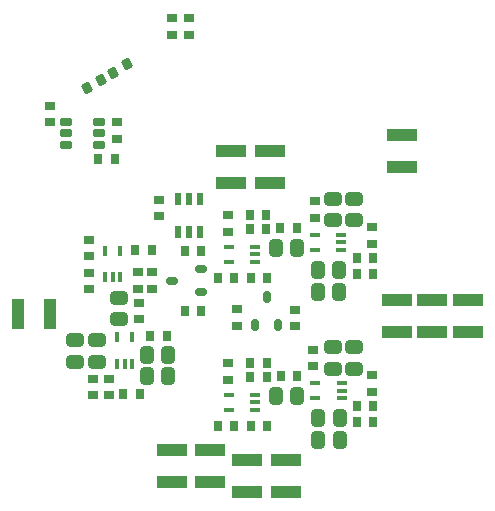
<source format=gbp>
G04*
G04 #@! TF.GenerationSoftware,Altium Limited,Altium Designer,20.0.13 (296)*
G04*
G04 Layer_Color=128*
%FSLAX25Y25*%
%MOIN*%
G70*
G01*
G75*
G04:AMPARAMS|DCode=15|XSize=57.13mil|YSize=45.32mil|CornerRadius=11.33mil|HoleSize=0mil|Usage=FLASHONLY|Rotation=270.000|XOffset=0mil|YOffset=0mil|HoleType=Round|Shape=RoundedRectangle|*
%AMROUNDEDRECTD15*
21,1,0.05713,0.02266,0,0,270.0*
21,1,0.03447,0.04532,0,0,270.0*
1,1,0.02266,-0.01133,-0.01723*
1,1,0.02266,-0.01133,0.01723*
1,1,0.02266,0.01133,0.01723*
1,1,0.02266,0.01133,-0.01723*
%
%ADD15ROUNDEDRECTD15*%
%ADD16R,0.10236X0.04331*%
G04:AMPARAMS|DCode=19|XSize=35.43mil|YSize=29.53mil|CornerRadius=7.38mil|HoleSize=0mil|Usage=FLASHONLY|Rotation=90.000|XOffset=0mil|YOffset=0mil|HoleType=Round|Shape=RoundedRectangle|*
%AMROUNDEDRECTD19*
21,1,0.03543,0.01476,0,0,90.0*
21,1,0.02067,0.02953,0,0,90.0*
1,1,0.01476,0.00738,0.01034*
1,1,0.01476,0.00738,-0.01034*
1,1,0.01476,-0.00738,-0.01034*
1,1,0.01476,-0.00738,0.01034*
%
%ADD19ROUNDEDRECTD19*%
G04:AMPARAMS|DCode=20|XSize=35.43mil|YSize=29.53mil|CornerRadius=7.38mil|HoleSize=0mil|Usage=FLASHONLY|Rotation=180.000|XOffset=0mil|YOffset=0mil|HoleType=Round|Shape=RoundedRectangle|*
%AMROUNDEDRECTD20*
21,1,0.03543,0.01476,0,0,180.0*
21,1,0.02067,0.02953,0,0,180.0*
1,1,0.01476,-0.01034,0.00738*
1,1,0.01476,0.01034,0.00738*
1,1,0.01476,0.01034,-0.00738*
1,1,0.01476,-0.01034,-0.00738*
%
%ADD20ROUNDEDRECTD20*%
%ADD21R,0.04331X0.10236*%
G04:AMPARAMS|DCode=23|XSize=35.43mil|YSize=29.53mil|CornerRadius=7.38mil|HoleSize=0mil|Usage=FLASHONLY|Rotation=300.000|XOffset=0mil|YOffset=0mil|HoleType=Round|Shape=RoundedRectangle|*
%AMROUNDEDRECTD23*
21,1,0.03543,0.01476,0,0,300.0*
21,1,0.02067,0.02953,0,0,300.0*
1,1,0.01476,-0.00123,-0.01264*
1,1,0.01476,-0.01156,0.00526*
1,1,0.01476,0.00123,0.01264*
1,1,0.01476,0.01156,-0.00526*
%
%ADD23ROUNDEDRECTD23*%
G04:AMPARAMS|DCode=94|XSize=23.62mil|YSize=39.37mil|CornerRadius=5.91mil|HoleSize=0mil|Usage=FLASHONLY|Rotation=0.000|XOffset=0mil|YOffset=0mil|HoleType=Round|Shape=RoundedRectangle|*
%AMROUNDEDRECTD94*
21,1,0.02362,0.02756,0,0,0.0*
21,1,0.01181,0.03937,0,0,0.0*
1,1,0.01181,0.00591,-0.01378*
1,1,0.01181,-0.00591,-0.01378*
1,1,0.01181,-0.00591,0.01378*
1,1,0.01181,0.00591,0.01378*
%
%ADD94ROUNDEDRECTD94*%
G04:AMPARAMS|DCode=95|XSize=23.62mil|YSize=39.37mil|CornerRadius=5.91mil|HoleSize=0mil|Usage=FLASHONLY|Rotation=90.000|XOffset=0mil|YOffset=0mil|HoleType=Round|Shape=RoundedRectangle|*
%AMROUNDEDRECTD95*
21,1,0.02362,0.02756,0,0,90.0*
21,1,0.01181,0.03937,0,0,90.0*
1,1,0.01181,0.01378,0.00591*
1,1,0.01181,0.01378,-0.00591*
1,1,0.01181,-0.01378,-0.00591*
1,1,0.01181,-0.01378,0.00591*
%
%ADD95ROUNDEDRECTD95*%
G04:AMPARAMS|DCode=96|XSize=15.75mil|YSize=33.47mil|CornerRadius=1.97mil|HoleSize=0mil|Usage=FLASHONLY|Rotation=90.000|XOffset=0mil|YOffset=0mil|HoleType=Round|Shape=RoundedRectangle|*
%AMROUNDEDRECTD96*
21,1,0.01575,0.02953,0,0,90.0*
21,1,0.01181,0.03347,0,0,90.0*
1,1,0.00394,0.01476,0.00591*
1,1,0.00394,0.01476,-0.00591*
1,1,0.00394,-0.01476,-0.00591*
1,1,0.00394,-0.01476,0.00591*
%
%ADD96ROUNDEDRECTD96*%
G04:AMPARAMS|DCode=97|XSize=57.13mil|YSize=45.32mil|CornerRadius=11.33mil|HoleSize=0mil|Usage=FLASHONLY|Rotation=180.000|XOffset=0mil|YOffset=0mil|HoleType=Round|Shape=RoundedRectangle|*
%AMROUNDEDRECTD97*
21,1,0.05713,0.02266,0,0,180.0*
21,1,0.03447,0.04532,0,0,180.0*
1,1,0.02266,-0.01723,0.01133*
1,1,0.02266,0.01723,0.01133*
1,1,0.02266,0.01723,-0.01133*
1,1,0.02266,-0.01723,-0.01133*
%
%ADD97ROUNDEDRECTD97*%
G04:AMPARAMS|DCode=98|XSize=15.75mil|YSize=33.47mil|CornerRadius=1.97mil|HoleSize=0mil|Usage=FLASHONLY|Rotation=0.000|XOffset=0mil|YOffset=0mil|HoleType=Round|Shape=RoundedRectangle|*
%AMROUNDEDRECTD98*
21,1,0.01575,0.02953,0,0,0.0*
21,1,0.01181,0.03347,0,0,0.0*
1,1,0.00394,0.00591,-0.01476*
1,1,0.00394,-0.00591,-0.01476*
1,1,0.00394,-0.00591,0.01476*
1,1,0.00394,0.00591,0.01476*
%
%ADD98ROUNDEDRECTD98*%
%ADD99R,0.02362X0.03937*%
G04:AMPARAMS|DCode=100|XSize=23.62mil|YSize=39.37mil|CornerRadius=2.01mil|HoleSize=0mil|Usage=FLASHONLY|Rotation=90.000|XOffset=0mil|YOffset=0mil|HoleType=Round|Shape=RoundedRectangle|*
%AMROUNDEDRECTD100*
21,1,0.02362,0.03535,0,0,90.0*
21,1,0.01961,0.03937,0,0,90.0*
1,1,0.00402,0.01768,0.00980*
1,1,0.00402,0.01768,-0.00980*
1,1,0.00402,-0.01768,-0.00980*
1,1,0.00402,-0.01768,0.00980*
%
%ADD100ROUNDEDRECTD100*%
D15*
X31232Y-6134D02*
D03*
X24146D02*
D03*
X17076Y1110D02*
D03*
X9990D02*
D03*
X31232Y-13634D02*
D03*
X24146D02*
D03*
X31287Y-55500D02*
D03*
X24201D02*
D03*
X17131Y-48256D02*
D03*
X10045D02*
D03*
X31287Y-63000D02*
D03*
X24201D02*
D03*
X-33043Y-41689D02*
D03*
X-25957D02*
D03*
Y-34689D02*
D03*
X-33043D02*
D03*
D16*
X8000Y33500D02*
D03*
Y22870D02*
D03*
X74000Y-26815D02*
D03*
Y-16185D02*
D03*
X-24500Y-66185D02*
D03*
Y-76815D02*
D03*
X-12000Y-66185D02*
D03*
Y-76815D02*
D03*
X500Y-69685D02*
D03*
Y-80315D02*
D03*
X13500Y-69685D02*
D03*
Y-80315D02*
D03*
X50500Y-26815D02*
D03*
Y-16185D02*
D03*
X62250Y-26815D02*
D03*
Y-16185D02*
D03*
X-5000Y33315D02*
D03*
Y22685D02*
D03*
X52000Y38815D02*
D03*
Y28185D02*
D03*
D19*
X-36756Y311D02*
D03*
X-31244D02*
D03*
X-14744Y-20000D02*
D03*
X-20256D02*
D03*
X-14744Y0D02*
D03*
X-20256D02*
D03*
X6889Y7610D02*
D03*
X1377D02*
D03*
X17089Y7710D02*
D03*
X11577D02*
D03*
X42445Y-2134D02*
D03*
X36933D02*
D03*
X42445Y-7634D02*
D03*
X36933D02*
D03*
X-9323Y-8790D02*
D03*
X-3811D02*
D03*
X1677Y-8890D02*
D03*
X7189D02*
D03*
X6889Y12210D02*
D03*
X1377D02*
D03*
X6944Y-41756D02*
D03*
X1432D02*
D03*
X17144Y-41656D02*
D03*
X11632D02*
D03*
X42500Y-51500D02*
D03*
X36988D02*
D03*
X42500Y-57000D02*
D03*
X36988D02*
D03*
X-9268Y-58156D02*
D03*
X-3756D02*
D03*
X1732Y-58256D02*
D03*
X7244D02*
D03*
X6944Y-37156D02*
D03*
X1432D02*
D03*
X-31856Y-28100D02*
D03*
X-26344D02*
D03*
X-40756Y-47689D02*
D03*
X-35244D02*
D03*
X-43644Y30800D02*
D03*
X-49156D02*
D03*
D20*
X-3000Y-24756D02*
D03*
Y-19244D02*
D03*
X16500Y-25000D02*
D03*
Y-19488D02*
D03*
X-5811Y12122D02*
D03*
Y6610D02*
D03*
X23000Y16756D02*
D03*
Y11244D02*
D03*
X42189Y8122D02*
D03*
Y2610D02*
D03*
X-5756Y-37244D02*
D03*
Y-42756D02*
D03*
X22500Y-32744D02*
D03*
Y-38256D02*
D03*
X42244Y-41244D02*
D03*
Y-46756D02*
D03*
X-35756Y-6877D02*
D03*
Y-12389D02*
D03*
X-35656Y-17077D02*
D03*
Y-22589D02*
D03*
X-45500Y-42433D02*
D03*
Y-47945D02*
D03*
X-51000Y-42433D02*
D03*
Y-47945D02*
D03*
X-52156Y-1689D02*
D03*
Y3823D02*
D03*
X-52256Y-7177D02*
D03*
Y-12689D02*
D03*
X-31156Y-6877D02*
D03*
Y-12389D02*
D03*
X-29000Y17256D02*
D03*
Y11744D02*
D03*
X-42900Y43056D02*
D03*
Y37544D02*
D03*
X-65400Y43044D02*
D03*
Y48556D02*
D03*
X-19000Y77756D02*
D03*
Y72244D02*
D03*
X-24500D02*
D03*
Y77756D02*
D03*
D21*
X-65185Y-21000D02*
D03*
X-75815D02*
D03*
D23*
X-44387Y59622D02*
D03*
X-39613Y62378D02*
D03*
X-52887Y54322D02*
D03*
X-48113Y57078D02*
D03*
D94*
X10680Y-24600D02*
D03*
X3200D02*
D03*
X6940Y-15151D02*
D03*
D95*
X-15000Y-6020D02*
D03*
Y-13500D02*
D03*
X-24449Y-9760D02*
D03*
D96*
X23015Y5530D02*
D03*
Y412D02*
D03*
X31873D02*
D03*
Y2971D02*
D03*
Y5530D02*
D03*
X-5696Y1569D02*
D03*
Y-3549D02*
D03*
X3162D02*
D03*
Y-990D02*
D03*
Y1569D02*
D03*
X23070Y-43836D02*
D03*
Y-48954D02*
D03*
X31928D02*
D03*
Y-46395D02*
D03*
Y-43836D02*
D03*
X-5641Y-47797D02*
D03*
Y-52915D02*
D03*
X3217D02*
D03*
Y-50356D02*
D03*
Y-47797D02*
D03*
D97*
X36189Y17410D02*
D03*
Y10323D02*
D03*
X29189Y17410D02*
D03*
Y10323D02*
D03*
X36244Y-31957D02*
D03*
Y-39043D02*
D03*
X29244Y-31957D02*
D03*
Y-39043D02*
D03*
X-49500Y-29646D02*
D03*
Y-36732D02*
D03*
X-42256Y-22576D02*
D03*
Y-15490D02*
D03*
X-57000Y-36732D02*
D03*
Y-29646D02*
D03*
D98*
X-37836Y-37373D02*
D03*
X-40395D02*
D03*
X-42954D02*
D03*
Y-28515D02*
D03*
X-37836D02*
D03*
X-41797Y-8662D02*
D03*
X-44356D02*
D03*
X-46915D02*
D03*
Y196D02*
D03*
X-41797D02*
D03*
D99*
X-15260Y6587D02*
D03*
X-19000D02*
D03*
X-22740D02*
D03*
Y17413D02*
D03*
X-19000D02*
D03*
X-15260D02*
D03*
D100*
X-59813Y43040D02*
D03*
Y39300D02*
D03*
Y35560D02*
D03*
X-48987D02*
D03*
Y39300D02*
D03*
Y43040D02*
D03*
M02*

</source>
